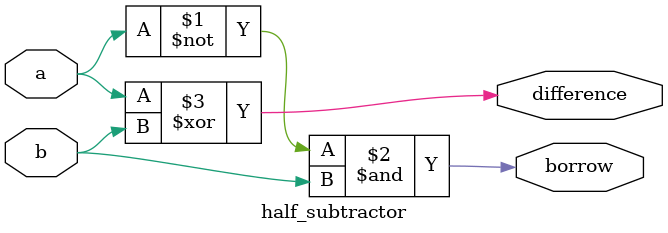
<source format=v>
`timescale 1ns / 1ps


module half_subtractor(
    input a,
    input b,
    output borrow,
    output difference
    );
    
assign borrow = ~a & b;
assign difference = a ^ b;

endmodule

</source>
